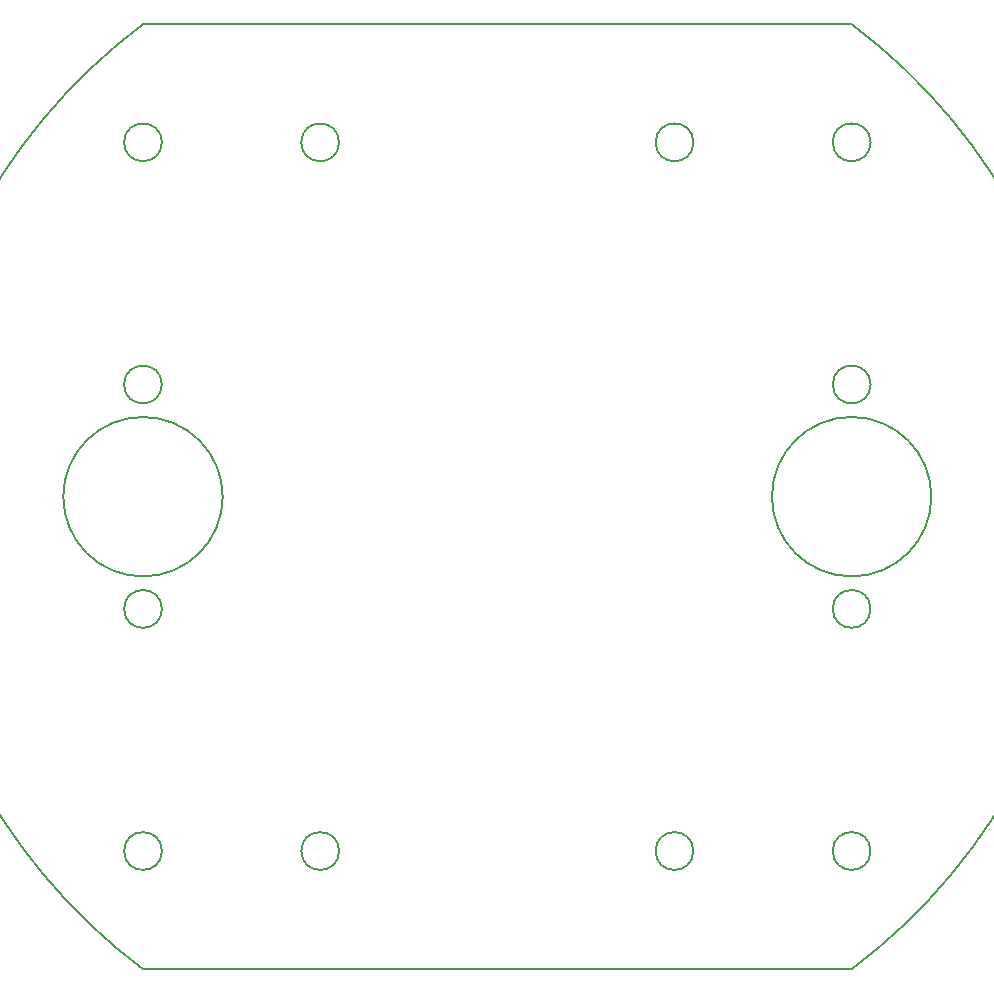
<source format=gbr>
G04 #@! TF.GenerationSoftware,KiCad,Pcbnew,(5.1.4-0-10_14)*
G04 #@! TF.CreationDate,2020-02-23T16:46:41+00:00*
G04 #@! TF.ProjectId,Bottom PCB,426f7474-6f6d-4205-9043-422e6b696361,rev?*
G04 #@! TF.SameCoordinates,Original*
G04 #@! TF.FileFunction,Profile,NP*
%FSLAX46Y46*%
G04 Gerber Fmt 4.6, Leading zero omitted, Abs format (unit mm)*
G04 Created by KiCad (PCBNEW (5.1.4-0-10_14)) date 2020-02-23 16:46:41*
%MOMM*%
%LPD*%
G04 APERTURE LIST*
%ADD10C,0.200000*%
G04 APERTURE END LIST*
D10*
X179070000Y-49530000D02*
G75*
G02X179070000Y-129530000I-30000000J-40000000D01*
G01*
X165670000Y-59530000D02*
G75*
G03X165670000Y-59530000I-1599999J0D01*
G01*
X120670001Y-59530000D02*
G75*
G03X120670001Y-59530000I-1600000J0D01*
G01*
X180670001Y-99030001D02*
G75*
G03X180670001Y-99030001I-1600000J0D01*
G01*
X180670001Y-119530000D02*
G75*
G03X180670001Y-119530000I-1600000J0D01*
G01*
X165670000Y-119530000D02*
G75*
G03X165670000Y-119530000I-1599999J0D01*
G01*
X120670001Y-99030000D02*
G75*
G03X120670001Y-99030000I-1600000J0D01*
G01*
X135670001Y-119530000D02*
G75*
G03X135670001Y-119530000I-1600000J0D01*
G01*
X120670001Y-119530000D02*
G75*
G03X120670001Y-119530000I-1600000J0D01*
G01*
X185820001Y-89530000D02*
G75*
G03X185820001Y-89530000I-6750000J0D01*
G01*
X180670001Y-80030000D02*
G75*
G03X180670001Y-80030000I-1600000J0D01*
G01*
X180670001Y-59530000D02*
G75*
G03X180670001Y-59530000I-1600000J0D01*
G01*
X125820001Y-89530000D02*
G75*
G03X125820001Y-89530000I-6750000J0D01*
G01*
X135670001Y-59530000D02*
G75*
G03X135670001Y-59530000I-1600000J0D01*
G01*
X120670001Y-80030000D02*
G75*
G03X120670001Y-80030000I-1600000J0D01*
G01*
X119070001Y-129530000D02*
X179070000Y-129530000D01*
X119070001Y-129530000D02*
G75*
G02X119070001Y-49530000I30000000J40000000D01*
G01*
X179070000Y-49530000D02*
X119070001Y-49530000D01*
M02*

</source>
